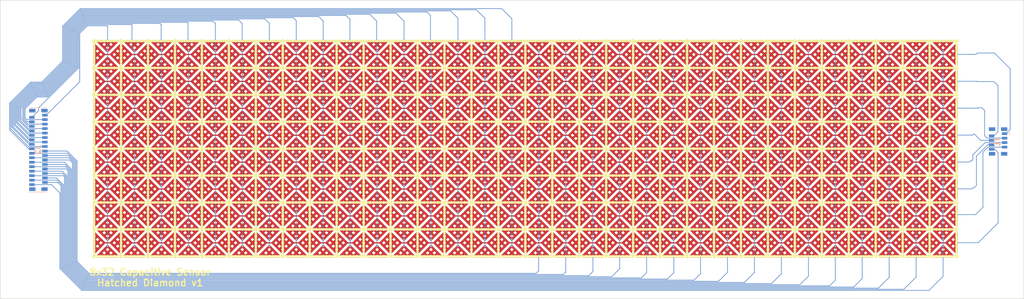
<source format=kicad_pcb>
(kicad_pcb (version 20211014) (generator pcbnew)
  (layers (0 "F.Cu" signal) (31 "B.Cu" signal) (34 "B.Paste" user) (35 "F.Paste" user) (36 "B.SilkS" user "B.Silkscreen") (37 "F.SilkS" user "F.Silkscreen") (38 "B.Mask" user) (39 "F.Mask" user) (44 "Edge.Cuts" user))
  (net 0 "")
  (net 1 "Net-(J1-Pad1)")
  (net 2 "Net-(J1-Pad2)")
  (net 3 "Net-(J1-Pad3)")
  (net 4 "Net-(J1-Pad4)")
  (net 5 "Net-(J1-Pad5)")
  (net 6 "Net-(J1-Pad6)")
  (net 7 "Net-(J1-Pad7)")
  (net 8 "Net-(J1-Pad8)")
  (net 9 "Net-(J2-Pad1)")
  (net 10 "Net-(J2-Pad2)")
  (net 11 "Net-(J2-Pad3)")
  (net 12 "Net-(J2-Pad4)")
  (net 13 "Net-(J2-Pad5)")
  (net 14 "Net-(J2-Pad6)")
  (net 15 "Net-(J2-Pad7)")
  (net 16 "Net-(J2-Pad8)")
  (net 17 "Net-(J2-Pad9)")
  (net 18 "Net-(J2-Pad10)")
  (net 19 "Net-(J2-Pad11)")
  (net 20 "Net-(J2-Pad12)")
  (net 21 "Net-(J2-Pad13)")
  (net 22 "Net-(J2-Pad14)")
  (net 23 "Net-(J2-Pad15)")
  (net 24 "Net-(J2-Pad16)")
  (net 25 "Net-(J2-Pad17)")
  (net 26 "Net-(J2-Pad18)")
  (net 27 "Net-(J2-Pad19)")
  (net 28 "Net-(J2-Pad20)")
  (net 29 "Net-(J2-Pad21)")
  (net 30 "Net-(J2-Pad22)")
  (net 31 "Net-(J2-Pad23)")
  (net 32 "Net-(J2-Pad24)")
  (net 33 "Net-(J2-Pad25)")
  (net 34 "Net-(J2-Pad26)")
  (net 35 "Net-(J2-Pad27)")
  (net 36 "Net-(J2-Pad28)")
  (net 37 "Net-(J2-Pad29)")
  (net 38 "Net-(J2-Pad30)")
  (net 39 "Net-(J2-Pad31)")
  (net 40 "Net-(J2-Pad32)")
  (footprint "ASMR_footprints:captouch_8x32_diamond_hatched" (layer "F.Cu") (at 62.825 55.85)
    (fp_text reference "U1" hide)
    (fp_text value "captouch_8x32_grid" hide)
  )
  (footprint "ASMR_footprints:Conn_FFC_1x32_0.5mm_Molex_5019513210" (layer "B.Cu") (at 50.675 80.375 -90)
    (fp_text reference "J2")
    (fp_text value "Conn_01x32_Male" hide)
  )
  (footprint "ASMR_footprints:Conn_FFC_1x8_0.5mm_Molex_5019510830" (layer "B.Cu") (at 264.325 78.5 -90)
    (fp_text reference "J1")
    (fp_text value "Conn_01x08_Male" hide)
  )
  (gr_rect (start 42.175 47) (end 270.05 113.55) (layer "Edge.Cuts") (width 0.1) (fill none))
  (gr_text "8x32 Capacitive Sensor\nHatched Diamond v1" (at 75.55 108.825) (layer "F.SilkS") (effects (font (size 1.5 1.5) (thickness 0.3))))
  (via (at 255.075 59.075) (size 0.4) (drill 0.2) (layers "F.Cu" "B.Cu") (net 1))
  (segment (start 263.5 58.775) (end 259.675 58.775) (width 0.127) (layer "B.Cu") (net 1))
  (segment (start 259.375 59.075) (end 259.675 58.775) (width 0.127) (layer "B.Cu") (net 1))
  (segment (start 255.075 59.075) (end 259.375 59.075) (width 0.127) (layer "B.Cu") (net 1))
  (segment (start 266.075 76.75) (end 267.025 75.8) (width 0.127) (layer "B.Cu") (net 1))
  (segment (start 267.025 62.3) (end 263.5 58.775) (width 0.127) (layer "B.Cu") (net 1))
  (segment (start 265.775 76.75) (end 266.075 76.75) (width 0.127) (layer "B.Cu") (net 1))
  (segment (start 267.025 75.8) (end 267.025 62.3) (width 0.127) (layer "B.Cu") (net 1))
  (via (at 255.075 65.075) (size 0.4) (drill 0.2) (layers "F.Cu" "B.Cu") (net 2))
  (segment (start 262.875 77.25) (end 263.375 77.25) (width 0.127) (layer "B.Cu") (net 2))
  (segment (start 264.3 76.325) (end 264.3 66.05) (width 0.127) (layer "B.Cu") (net 2))
  (segment (start 259.575 65.075) (end 259.65 65.15) (width 0.127) (layer "B.Cu") (net 2))
  (segment (start 259.65 65.15) (end 263.4 65.15) (width 0.127) (layer "B.Cu") (net 2))
  (segment (start 263.375 77.25) (end 264.3 76.325) (width 0.127) (layer "B.Cu") (net 2))
  (segment (start 255.075 65.075) (end 259.575 65.075) (width 0.127) (layer "B.Cu") (net 2))
  (segment (start 264.3 66.05) (end 263.4 65.15) (width 0.127) (layer "B.Cu") (net 2))
  (via (at 255.075 71.075) (size 0.4) (drill 0.2) (layers "F.Cu" "B.Cu") (net 3))
  (segment (start 265.775 77.75) (end 261.85 77.75) (width 0.127) (layer "B.Cu") (net 3))
  (segment (start 261.325 71.6) (end 260.7 70.975) (width 0.127) (layer "B.Cu") (net 3))
  (segment (start 261.85 77.75) (end 261.325 77.225) (width 0.127) (layer "B.Cu") (net 3))
  (segment (start 259.85 71.075) (end 259.95 70.975) (width 0.127) (layer "B.Cu") (net 3))
  (segment (start 261.325 77.225) (end 261.325 71.6) (width 0.127) (layer "B.Cu") (net 3))
  (segment (start 255.075 71.075) (end 259.85 71.075) (width 0.127) (layer "B.Cu") (net 3))
  (segment (start 260.7 70.975) (end 259.95 70.975) (width 0.127) (layer "B.Cu") (net 3))
  (via (at 255.075 77.075) (size 0.4) (drill 0.2) (layers "F.Cu" "B.Cu") (net 4))
  (segment (start 255.075 77.075) (end 258.675 77.075) (width 0.127) (layer "B.Cu") (net 4))
  (segment (start 262.875 78.25) (end 260.45 78.25) (width 0.127) (layer "B.Cu") (net 4))
  (segment (start 260.45 78.25) (end 259.05 76.85) (width 0.127) (layer "B.Cu") (net 4))
  (segment (start 258.675 77.075) (end 258.9 76.85) (width 0.127) (layer "B.Cu") (net 4))
  (segment (start 259.05 76.85) (end 258.9 76.85) (width 0.127) (layer "B.Cu") (net 4))
  (via (at 255.075 83.075) (size 0.4) (drill 0.2) (layers "F.Cu" "B.Cu") (net 5))
  (segment (start 261.425 78.75) (end 258.7 81.475) (width 0.127) (layer "B.Cu") (net 5))
  (segment (start 255.075 83.075) (end 257.95 83.075) (width 0.127) (layer "B.Cu") (net 5))
  (segment (start 258.45 82.825) (end 258.2 82.825) (width 0.127) (layer "B.Cu") (net 5))
  (segment (start 258.7 82.575) (end 258.45 82.825) (width 0.127) (layer "B.Cu") (net 5))
  (segment (start 265.775 78.75) (end 261.425 78.75) (width 0.127) (layer "B.Cu") (net 5))
  (segment (start 257.95 83.075) (end 258.2 82.825) (width 0.127) (layer "B.Cu") (net 5))
  (segment (start 258.7 81.475) (end 258.7 82.575) (width 0.127) (layer "B.Cu") (net 5))
  (via (at 255.075 89.075) (size 0.4) (drill 0.2) (layers "F.Cu" "B.Cu") (net 6))
  (segment (start 258.475 89.075) (end 258.725 88.825) (width 0.127) (layer "B.Cu") (net 6))
  (segment (start 262.875 79.25) (end 262.025 79.25) (width 0.127) (layer "B.Cu") (net 6))
  (segment (start 259.5 81.775) (end 259.5 88.3) (width 0.127) (layer "B.Cu") (net 6))
  (segment (start 259.5 88.3) (end 258.975 88.825) (width 0.127) (layer "B.Cu") (net 6))
  (segment (start 255.075 89.075) (end 258.475 89.075) (width 0.127) (layer "B.Cu") (net 6))
  (segment (start 262.025 79.25) (end 259.5 81.775) (width 0.127) (layer "B.Cu") (net 6))
  (segment (start 258.975 88.825) (end 258.725 88.825) (width 0.127) (layer "B.Cu") (net 6))
  (via (at 255.075 95.075) (size 0.4) (drill 0.2) (layers "F.Cu" "B.Cu") (net 7))
  (segment (start 260.95 80.894) (end 260.95 93.15) (width 0.127) (layer "B.Cu") (net 7))
  (segment (start 262.094 79.75) (end 260.95 80.894) (width 0.127) (layer "B.Cu") (net 7))
  (segment (start 260.95 93.15) (end 259.3 94.8) (width 0.127) (layer "B.Cu") (net 7))
  (segment (start 255.35 94.8) (end 255.075 95.075) (width 0.127) (layer "B.Cu") (net 7))
  (segment (start 265.775 79.75) (end 262.094 79.75) (width 0.127) (layer "B.Cu") (net 7))
  (segment (start 259.3 94.8) (end 255.35 94.8) (width 0.127) (layer "B.Cu") (net 7))
  (via (at 255.075 101.075) (size 0.4) (drill 0.2) (layers "F.Cu" "B.Cu") (net 8))
  (segment (start 264.325 80.973) (end 263.602 80.25) (width 0.127) (layer "B.Cu") (net 8))
  (segment (start 263.602 80.25) (end 262.875 80.25) (width 0.127) (layer "B.Cu") (net 8))
  (segment (start 259.9 101.075) (end 264.325 96.65) (width 0.127) (layer "B.Cu") (net 8))
  (segment (start 264.325 96.65) (end 264.325 80.973) (width 0.127) (layer "B.Cu") (net 8))
  (segment (start 255.075 101.075) (end 259.9 101.075) (width 0.127) (layer "B.Cu") (net 8))
  (via (at 66.075 88.275) (size 0.4) (drill 0.2) (layers "F.Cu" "B.Cu") (net 9))
  (via (at 66.075 101.9) (size 0.4) (drill 0.2) (layers "F.Cu" "B.Cu") (net 9))
  (via (at 66.075 76.275) (size 0.4) (drill 0.2) (layers "F.Cu" "B.Cu") (net 9))
  (via (at 66.075 100.275) (size 0.4) (drill 0.2) (layers "F.Cu" "B.Cu") (net 9))
  (via (at 66.075 70.275) (size 0.4) (drill 0.2) (layers "F.Cu" "B.Cu") (net 9))
  (via (at 66.075 82.275) (size 0.4) (drill 0.2) (layers "F.Cu" "B.Cu") (net 9))
  (via (at 66.075 58.275) (size 0.4) (drill 0.2) (layers "F.Cu" "B.Cu") (net 9))
  (via (at 66.075 94.275) (size 0.4) (drill 0.2) (layers "F.Cu" "B.Cu") (net 9))
  (via (at 66.075 64.275) (size 0.4) (drill 0.2) (layers "F.Cu" "B.Cu") (net 9))
  (segment (start 66.075 58.275) (end 66.075 101.9) (width 0.127) (layer "B.Cu") (net 9))
  (segment (start 59.875 65.175) (end 59.875 54.375) (width 0.127) (layer "B.Cu") (net 9))
  (segment (start 66.075 52.8) (end 65.975 52.7) (width 0.127) (layer "B.Cu") (net 9))
  (segment (start 61.55 52.7) (end 65.975 52.7) (width 0.127) (layer "B.Cu") (net 9))
  (segment (start 59.875 54.375) (end 61.55 52.7) (width 0.127) (layer "B.Cu") (net 9))
  (segment (start 66.075 58.275) (end 66.075 52.8) (width 0.127) (layer "B.Cu") (net 9))
  (segment (start 52.425 72.625) (end 59.875 65.175) (width 0.127) (layer "B.Cu") (net 9))
  (segment (start 52.125 72.625) (end 52.425 72.625) (width 0.127) (layer "B.Cu") (net 9))
  (via (at 72.075 58.275) (size 0.4) (drill 0.2) (layers "F.Cu" "B.Cu") (net 10))
  (via (at 72.075 82.275) (size 0.4) (drill 0.2) (layers "F.Cu" "B.Cu") (net 10))
  (via (at 72.075 88.275) (size 0.4) (drill 0.2) (layers "F.Cu" "B.Cu") (net 10))
  (via (at 72.075 94.275) (size 0.4) (drill 0.2) (layers "F.Cu" "B.Cu") (net 10))
  (via (at 72.075 70.275) (size 0.4) (drill 0.2) (layers "F.Cu" "B.Cu") (net 10))
  (via (at 72.075 100.275) (size 0.4) (drill 0.2) (layers "F.Cu" "B.Cu") (net 10))
  (via (at 72.075 64.275) (size 0.4) (drill 0.2) (layers "F.Cu" "B.Cu") (net 10))
  (via (at 72.075 76.275) (size 0.4) (drill 0.2) (layers "F.Cu" "B.Cu") (net 10))
  (via (at 72.075 101.9) (size 0.4) (drill 0.2) (layers "F.Cu" "B.Cu") (net 10))
  (segment (start 72.075 58.275) (end 72.075 101.9) (width 0.127) (layer "B.Cu") (net 10))
  (segment (start 61.46579 52.425) (end 71.5 52.425) (width 0.127) (layer "B.Cu") (net 10))
  (segment (start 71.5 57.7) (end 72.075 58.275) (width 0.127) (layer "B.Cu") (net 10))
  (segment (start 50.725 70.975) (end 59.621 62.079) (width 0.127) (layer "B.Cu") (net 10))
  (segment (start 50.725 71.625) (end 50.725 70.975) (width 0.127) (layer "B.Cu") (net 10))
  (segment (start 59.621 54.26979) (end 61.46579 52.425) (width 0.127) (layer "B.Cu") (net 10))
  (segment (start 49.225 73.125) (end 50.725 71.625) (width 0.127) (layer "B.Cu") (net 10))
  (segment (start 59.621 62.079) (end 59.621 54.26979) (width 0.127) (layer "B.Cu") (net 10))
  (segment (start 71.5 52.425) (end 71.5 57.7) (width 0.127) (layer "B.Cu") (net 10))
  (via (at 78.075 94.275) (size 0.4) (drill 0.2) (layers "F.Cu" "B.Cu") (net 11))
  (via (at 78.075 70.275) (size 0.4) (drill 0.2) (layers "F.Cu" "B.Cu") (net 11))
  (via (at 78.075 88.275) (size 0.4) (drill 0.2) (layers "F.Cu" "B.Cu") (net 11))
  (via (at 78.075 58.275) (size 0.4) (drill 0.2) (layers "F.Cu" "B.Cu") (net 11))
  (via (at 78.075 64.275) (size 0.4) (drill 0.2) (layers "F.Cu" "B.Cu") (net 11))
  (via (at 78.075 100.275) (size 0.4) (drill 0.2) (layers "F.Cu" "B.Cu") (net 11))
  (via (at 78.075 82.275) (size 0.4) (drill 0.2) (layers "F.Cu" "B.Cu") (net 11))
  (via (at 78.075 101.9) (size 0.4) (drill 0.2) (layers "F.Cu" "B.Cu") (net 11))
  (via (at 78.075 76.275) (size 0.4) (drill 0.2) (layers "F.Cu" "B.Cu") (net 11))
  (segment (start 52.76579 68.575) (end 59.367 61.97379) (width 0.127) (layer "B.Cu") (net 11))
  (segment (start 78 58.2) (end 78.075 58.275) (width 0.127) (layer "B.Cu") (net 11))
  (segment (start 59.367 61.97379) (end 59.367 54.16458) (width 0.127) (layer "B.Cu") (net 11))
  (segment (start 48.1 73.625) (end 47.7 73.225) (width 0.127) (layer "B.Cu") (net 11))
  (segment (start 59.367 54.16458) (end 61.36058 52.171) (width 0.127) (layer "B.Cu") (net 11))
  (segment (start 78 52.425) (end 78 58.2) (width 0.127) (layer "B.Cu") (net 11))
  (segment (start 77.746 52.171) (end 78 52.425) (width 0.127) (layer "B.Cu") (net 11))
  (segment (start 52.125 73.625) (end 48.1 73.625) (width 0.127) (layer "B.Cu") (net 11))
  (segment (start 50.325 68.575) (end 52.76579 68.575) (width 0.127) (layer "B.Cu") (net 11))
  (segment (start 47.7 73.225) (end 47.7 71.2) (width 0.127) (layer "B.Cu") (net 11))
  (segment (start 47.7 71.2) (end 50.325 68.575) (width 0.127) (layer "B.Cu") (net 11))
  (segment (start 61.36058 52.171) (end 77.746 52.171) (width 0.127) (layer "B.Cu") (net 11))
  (segment (start 78.075 58.275) (end 78.075 101.9) (width 0.127) (layer "B.Cu") (net 11))
  (via (at 84.075 94.275) (size 0.4) (drill 0.2) (layers "F.Cu" "B.Cu") (net 12))
  (via (at 84.075 76.275) (size 0.4) (drill 0.2) (layers "F.Cu" "B.Cu") (net 12))
  (via (at 84.075 70.275) (size 0.4) (drill 0.2) (layers "F.Cu" "B.Cu") (net 12))
  (via (at 84.075 101.9) (size 0.4) (drill 0.2) (layers "F.Cu" "B.Cu") (net 12))
  (via (at 84.075 64.275) (size 0.4) (drill 0.2) (layers "F.Cu" "B.Cu") (net 12))
  (via (at 84.075 82.275) (size 0.4) (drill 0.2) (layers "F.Cu" "B.Cu") (net 12))
  (via (at 84.075 58.275) (size 0.4) (drill 0.2) (layers "F.Cu" "B.Cu") (net 12))
  (via (at 84.075 100.275) (size 0.4) (drill 0.2) (layers "F.Cu" "B.Cu") (net 12))
  (via (at 84.075 88.275) (size 0.4) (drill 0.2) (layers "F.Cu" "B.Cu") (net 12))
  (segment (start 52.66058 68.321) (end 59.113 61.86858) (width 0.127) (layer "B.Cu") (net 12))
  (segment (start 59.113 54.05937) (end 61.25537 51.917) (width 0.127) (layer "B.Cu") (net 12))
  (segment (start 61.25537 51.917) (end 83.892 51.917) (width 0.127) (layer "B.Cu") (net 12))
  (segment (start 83.975 58.175) (end 84.075 58.275) (width 0.127) (layer "B.Cu") (net 12))
  (segment (start 83.975 52) (end 83.975 58.175) (width 0.127) (layer "B.Cu") (net 12))
  (segment (start 59.113 61.86858) (end 59.113 54.05937) (width 0.127) (layer "B.Cu") (net 12))
  (segment (start 84.075 58.275) (end 84.075 101.9) (width 0.127) (layer "B.Cu") (net 12))
  (segment (start 48.2 74.125) (end 47.446 73.371) (width 0.127) (layer "B.Cu") (net 12))
  (segment (start 83.892 51.917) (end 83.975 52) (width 0.127) (layer "B.Cu") (net 12))
  (segment (start 50.21979 68.321) (end 52.66058 68.321) (width 0.127) (layer "B.Cu") (net 12))
  (segment (start 47.446 73.371) (end 47.446 71.09479) (width 0.127) (layer "B.Cu") (net 12))
  (segment (start 47.446 71.09479) (end 50.21979 68.321) (width 0.127) (layer "B.Cu") (net 12))
  (segment (start 49.225 74.125) (end 48.2 74.125) (width 0.127) (layer "B.Cu") (net 12))
  (via (at 90.075 100.275) (size 0.4) (drill 0.2) (layers "F.Cu" "B.Cu") (net 13))
  (via (at 90.075 76.275) (size 0.4) (drill 0.2) (layers "F.Cu" "B.Cu") (net 13))
  (via (at 90.075 82.275) (size 0.4) (drill 0.2) (layers "F.Cu" "B.Cu") (net 13))
  (via (at 90.075 64.275) (size 0.4) (drill 0.2) (layers "F.Cu" "B.Cu") (net 13))
  (via (at 90.075 88.275) (size 0.4) (drill 0.2) (layers "F.Cu" "B.Cu") (net 13))
  (via (at 90.075 70.275) (size 0.4) (drill 0.2) (layers "F.Cu" "B.Cu") (net 13))
  (via (at 90.075 58.275) (size 0.4) (drill 0.2) (layers "F.Cu" "B.Cu") (net 13))
  (via (at 90.075 101.9) (size 0.4) (drill 0.2) (layers "F.Cu" "B.Cu") (net 13))
  (via (at 90.075 94.275) (size 0.4) (drill 0.2) (layers "F.Cu" "B.Cu") (net 13))
  (segment (start 47.192 70.98958) (end 50.11458 68.067) (width 0.127) (layer "B.Cu") (net 13))
  (segment (start 52.55537 68.067) (end 58.859 61.76337) (width 0.127) (layer "B.Cu") (net 13))
  (segment (start 48.3 74.625) (end 47.192 73.517) (width 0.127) (layer "B.Cu") (net 13))
  (segment (start 90.075 52.175) (end 90.075 58.275) (width 0.127) (layer "B.Cu") (net 13))
  (segment (start 61.15016 51.663) (end 89.563 51.663) (width 0.127) (layer "B.Cu") (net 13))
  (segment (start 58.859 61.76337) (end 58.859 53.95416) (width 0.127) (layer "B.Cu") (net 13))
  (segment (start 90.075 58.275) (end 90.075 101.9) (width 0.127) (layer "B.Cu") (net 13))
  (segment (start 52.125 74.625) (end 48.3 74.625) (width 0.127) (layer "B.Cu") (net 13))
  (segment (start 89.563 51.663) (end 90.075 52.175) (width 0.127) (layer "B.Cu") (net 13))
  (segment (start 58.859 53.95416) (end 61.15016 51.663) (width 0.127) (layer "B.Cu") (net 13))
  (segment (start 47.192 73.517) (end 47.192 70.98958) (width 0.127) (layer "B.Cu") (net 13))
  (segment (start 50.11458 68.067) (end 52.55537 68.067) (width 0.127) (layer "B.Cu") (net 13))
  (via (at 96.075 58.275) (size 0.4) (drill 0.2) (layers "F.Cu" "B.Cu") (net 14))
  (via (at 96.075 88.275) (size 0.4) (drill 0.2) (layers "F.Cu" "B.Cu") (net 14))
  (via (at 96.075 70.275) (size 0.4) (drill 0.2) (layers "F.Cu" "B.Cu") (net 14))
  (via (at 96.075 101.9) (size 0.4) (drill 0.2) (layers "F.Cu" "B.Cu") (net 14))
  (via (at 96.075 100.275) (size 0.4) (drill 0.2) (layers "F.Cu" "B.Cu") (net 14))
  (via (at 96.075 82.275) (size 0.4) (drill 0.2) (layers "F.Cu" "B.Cu") (net 14))
  (via (at 96.075 64.275) (size 0.4) (drill 0.2) (layers "F.Cu" "B.Cu") (net 14))
  (via (at 96.075 76.275) (size 0.4) (drill 0.2) (layers "F.Cu" "B.Cu") (net 14))
  (via (at 96.075 94.275) (size 0.4) (drill 0.2) (layers "F.Cu" "B.Cu") (net 14))
  (segment (start 52.45016 67.813) (end 58.605 61.65816) (width 0.127) (layer "B.Cu") (net 14))
  (segment (start 96.025 52.2) (end 96.025 58.225) (width 0.127) (layer "B.Cu") (net 14))
  (segment (start 58.605 53.84895) (end 61.04495 51.409) (width 0.127) (layer "B.Cu") (net 14))
  (segment (start 46.8 73.48421) (end 46.8 71.02237) (width 0.127) (layer "B.Cu") (net 14))
  (segment (start 49.225 75.125) (end 48.44079 75.125) (width 0.127) (layer "B.Cu") (net 14))
  (segment (start 58.605 61.65816) (end 58.605 53.84895) (width 0.127) (layer "B.Cu") (net 14))
  (segment (start 61.04495 51.409) (end 95.234 51.409) (width 0.127) (layer "B.Cu") (net 14))
  (segment (start 96.025 58.225) (end 96.075 58.275) (width 0.127) (layer "B.Cu") (net 14))
  (segment (start 96.075 58.275) (end 96.075 101.9) (width 0.127) (layer "B.Cu") (net 14))
  (segment (start 46.8 71.02237) (end 50.00937 67.813) (width 0.127) (layer "B.Cu") (net 14))
  (segment (start 50.00937 67.813) (end 52.45016 67.813) (width 0.127) (layer "B.Cu") (net 14))
  (segment (start 95.234 51.409) (end 96.025 52.2) (width 0.127) (layer "B.Cu") (net 14))
  (segment (start 48.44079 75.125) (end 46.8 73.48421) (width 0.127) (layer "B.Cu") (net 14))
  (via (at 102.075 100.275) (size 0.4) (drill 0.2) (layers "F.Cu" "B.Cu") (net 15))
  (via (at 102.075 88.275) (size 0.4) (drill 0.2) (layers "F.Cu" "B.Cu") (net 15))
  (via (at 102.075 101.9) (size 0.4) (drill 0.2) (layers "F.Cu" "B.Cu") (net 15))
  (via (at 102.075 64.275) (size 0.4) (drill 0.2) (layers "F.Cu" "B.Cu") (net 15))
  (via (at 102.075 94.275) (size 0.4) (drill 0.2) (layers "F.Cu" "B.Cu") (net 15))
  (via (at 102.075 76.275) (size 0.4) (drill 0.2) (layers "F.Cu" "B.Cu") (net 15))
  (via (at 102.075 70.275) (size 0.4) (drill 0.2) (layers "F.Cu" "B.Cu") (net 15))
  (via (at 102.075 58.275) (size 0.4) (drill 0.2) (layers "F.Cu" "B.Cu") (net 15))
  (via (at 102.075 82.275) (size 0.4) (drill 0.2) (layers "F.Cu" "B.Cu") (net 15))
  (segment (start 46.546 70.91716) (end 49.90416 67.559) (width 0.127) (layer "B.Cu") (net 15))
  (segment (start 58.351 53.74374) (end 60.93974 51.155) (width 0.127) (layer "B.Cu") (net 15))
  (segment (start 102.075 52.15) (end 102.075 58.275) (width 0.127) (layer "B.Cu") (net 15))
  (segment (start 102.075 58.275) (end 102.075 101.9) (width 0.127) (layer "B.Cu") (net 15))
  (segment (start 101.08 51.155) (end 102.075 52.15) (width 0.127) (layer "B.Cu") (net 15))
  (segment (start 52.125 75.625) (end 48.444 75.625) (width 0.127) (layer "B.Cu") (net 15))
  (segment (start 46.546 73.727) (end 46.546 70.91716) (width 0.127) (layer "B.Cu") (net 15))
  (segment (start 52.34495 67.559) (end 58.351 61.55295) (width 0.127) (layer "B.Cu") (net 15))
  (segment (start 60.93974 51.155) (end 101.08 51.155) (width 0.127) (layer "B.Cu") (net 15))
  (segment (start 48.444 75.625) (end 46.546 73.727) (width 0.127) (layer "B.Cu") (net 15))
  (segment (start 49.90416 67.559) (end 52.34495 67.559) (width 0.127) (layer "B.Cu") (net 15))
  (segment (start 58.351 61.55295) (end 58.351 53.74374) (width 0.127) (layer "B.Cu") (net 15))
  (via (at 108.075 101.9) (size 0.4) (drill 0.2) (layers "F.Cu" "B.Cu") (net 16))
  (via (at 108.075 82.275) (size 0.4) (drill 0.2) (layers "F.Cu" "B.Cu") (net 16))
  (via (at 108.075 64.275) (size 0.4) (drill 0.2) (layers "F.Cu" "B.Cu") (net 16))
  (via (at 108.075 88.275) (size 0.4) (drill 0.2) (layers "F.Cu" "B.Cu") (net 16))
  (via (at 108.075 94.275) (size 0.4) (drill 0.2) (layers "F.Cu" "B.Cu") (net 16))
  (via (at 108.075 70.275) (size 0.4) (drill 0.2) (layers "F.Cu" "B.Cu") (net 16))
  (via (at 108.075 76.275) (size 0.4) (drill 0.2) (layers "F.Cu" "B.Cu") (net 16))
  (via (at 108.075 100.275) (size 0.4) (drill 0.2) (layers "F.Cu" "B.Cu") (net 16))
  (via (at 108.075 58.275) (size 0.4) (drill 0.2) (layers "F.Cu" "B.Cu") (net 16))
  (segment (start 107.401 50.901) (end 108.075 51.575) (width 0.127) (layer "B.Cu") (net 16))
  (segment (start 48.58479 76.125) (end 46.292 73.83221) (width 0.127) (layer "B.Cu") (net 16))
  (segment (start 49.225 76.125) (end 48.58479 76.125) (width 0.127) (layer "B.Cu") (net 16))
  (segment (start 52.23974 67.305) (end 58.097 61.44774) (width 0.127) (layer "B.Cu") (net 16))
  (segment (start 46.292 73.83221) (end 46.292 70.81195) (width 0.127) (layer "B.Cu") (net 16))
  (segment (start 60.83453 50.901) (end 107.401 50.901) (width 0.127) (layer "B.Cu") (net 16))
  (segment (start 108.075 58.275) (end 108.075 101.9) (width 0.127) (layer "B.Cu") (net 16))
  (segment (start 46.292 70.81195) (end 49.79895 67.305) (width 0.127) (layer "B.Cu") (net 16))
  (segment (start 108.075 51.575) (end 108.075 58.275) (width 0.127) (layer "B.Cu") (net 16))
  (segment (start 58.097 61.44774) (end 58.097 53.63853) (width 0.127) (layer "B.Cu") (net 16))
  (segment (start 49.79895 67.305) (end 52.23974 67.305) (width 0.127) (layer "B.Cu") (net 16))
  (segment (start 58.097 53.63853) (end 60.83453 50.901) (width 0.127) (layer "B.Cu") (net 16))
  (via (at 114.075 82.275) (size 0.4) (drill 0.2) (layers "F.Cu" "B.Cu") (net 17))
  (via (at 114.075 88.275) (size 0.4) (drill 0.2) (layers "F.Cu" "B.Cu") (net 17))
  (via (at 114.075 70.275) (size 0.4) (drill 0.2) (layers "F.Cu" "B.Cu") (net 17))
  (via (at 114.075 58.275) (size 0.4) (drill 0.2) (layers "F.Cu" "B.Cu") (net 17))
  (via (at 114.075 64.275) (size 0.4) (drill 0.2) (layers "F.Cu" "B.Cu") (net 17))
  (via (at 114.075 76.275) (size 0.4) (drill 0.2) (layers "F.Cu" "B.Cu") (net 17))
  (via (at 114.075 101.9) (size 0.4) (drill 0.2) (layers "F.Cu" "B.Cu") (net 17))
  (via (at 114.075 100.275) (size 0.4) (drill 0.2) (layers "F.Cu" "B.Cu") (net 17))
  (via (at 114.075 94.275) (size 0.4) (drill 0.2) (layers "F.Cu" "B.Cu") (net 17))
  (segment (start 52.13453 67.051) (end 57.843 61.34253) (width 0.127) (layer "B.Cu") (net 17))
  (segment (start 113.072 50.647) (end 114.075 51.65) (width 0.127) (layer "B.Cu") (net 17))
  (segment (start 48.444 76.625) (end 46.038 74.219) (width 0.127) (layer "B.Cu") (net 17))
  (segment (start 57.843 61.34253) (end 57.843 53.53332) (width 0.127) (layer "B.Cu") (net 17))
  (segment (start 49.69374 67.051) (end 52.13453 67.051) (width 0.127) (layer "B.Cu") (net 17))
  (segment (start 57.843 53.53332) (end 60.72932 50.647) (width 0.127) (layer "B.Cu") (net 17))
  (segment (start 46.038 70.70674) (end 49.69374 67.051) (width 0.127) (layer "B.Cu") (net 17))
  (segment (start 46.038 74.219) (end 46.038 70.70674) (width 0.127) (layer "B.Cu") (net 17))
  (segment (start 114.075 58.275) (end 114.075 101.9) (width 0.127) (layer "B.Cu") (net 17))
  (segment (start 52.125 76.625) (end 48.444 76.625) (width 0.127) (layer "B.Cu") (net 17))
  (segment (start 114.075 51.65) (end 114.075 58.275) (width 0.127) (layer "B.Cu") (net 17))
  (segment (start 60.72932 50.647) (end 113.072 50.647) (width 0.127) (layer "B.Cu") (net 17))
  (via (at 120.075 101.9) (size 0.4) (drill 0.2) (layers "F.Cu" "B.Cu") (net 18))
  (via (at 120.075 94.275) (size 0.4) (drill 0.2) (layers "F.Cu" "B.Cu") (net 18))
  (via (at 120.075 82.275) (size 0.4) (drill 0.2) (layers "F.Cu" "B.Cu") (net 18))
  (via (at 120.075 88.275) (size 0.4) (drill 0.2) (layers "F.Cu" "B.Cu") (net 18))
  (via (at 120.075 64.275) (size 0.4) (drill 0.2) (layers "F.Cu" "B.Cu") (net 18))
  (via (at 120.075 76.275) (size 0.4) (drill 0.2) (layers "F.Cu" "B.Cu") (net 18))
  (via (at 120.075 70.275) (size 0.4) (drill 0.2) (layers "F.Cu" "B.Cu") (net 18))
  (via (at 120.075 100.275) (size 0.4) (drill 0.2) (layers "F.Cu" "B.Cu") (net 18))
  (via (at 120.075 58.275) (size 0.4) (drill 0.2) (layers "F.Cu" "B.Cu") (net 18))
  (segment (start 119.168 50.393) (end 120.025 51.25) (width 0.127) (layer "B.Cu") (net 18))
  (segment (start 48.58479 77.125) (end 45.784 74.32421) (width 0.127) (layer "B.Cu") (net 18))
  (segment (start 120.075 58.275) (end 120.075 101.9) (width 0.127) (layer "B.Cu") (net 18))
  (segment (start 57.589 61.23732) (end 57.589 53.42811) (width 0.127) (layer "B.Cu") (net 18))
  (segment (start 49.58853 66.797) (end 52.02932 66.797) (width 0.127) (layer "B.Cu") (net 18))
  (segment (start 45.784 74.32421) (end 45.784 70.60153) (width 0.127) (layer "B.Cu") (net 18))
  (segment (start 52.02932 66.797) (end 57.589 61.23732) (width 0.127) (layer "B.Cu") (net 18))
  (segment (start 45.784 70.60153) (end 49.58853 66.797) (width 0.127) (layer "B.Cu") (net 18))
  (segment (start 120.025 58.225) (end 120.075 58.275) (width 0.127) (layer "B.Cu") (net 18))
  (segment (start 120.025 51.25) (end 120.025 58.225) (width 0.127) (layer "B.Cu") (net 18))
  (segment (start 49.225 77.125) (end 48.58479 77.125) (width 0.127) (layer "B.Cu") (net 18))
  (segment (start 60.62411 50.393) (end 119.168 50.393) (width 0.127) (layer "B.Cu") (net 18))
  (segment (start 57.589 53.42811) (end 60.62411 50.393) (width 0.127) (layer "B.Cu") (net 18))
  (via (at 126.075 76.275) (size 0.4) (drill 0.2) (layers "F.Cu" "B.Cu") (net 19))
  (via (at 126.075 64.275) (size 0.4) (drill 0.2) (layers "F.Cu" "B.Cu") (net 19))
  (via (at 126.075 94.275) (size 0.4) (drill 0.2) (layers "F.Cu" "B.Cu") (net 19))
  (via (at 126.075 58.275) (size 0.4) (drill 0.2) (layers "F.Cu" "B.Cu") (net 19))
  (via (at 126.075 82.275) (size 0.4) (drill 0.2) (layers "F.Cu" "B.Cu") (net 19))
  (via (at 126.075 88.275) (size 0.4) (drill 0.2) (layers "F.Cu" "B.Cu") (net 19))
  (via (at 126.075 70.275) (size 0.4) (drill 0.2) (layers "F.Cu" "B.Cu") (net 19))
  (via (at 126.075 100.275) (size 0.4) (drill 0.2) (layers "F.Cu" "B.Cu") (net 19))
  (via (at 126.075 101.9) (size 0.4) (drill 0.2) (layers "F.Cu" "B.Cu") (net 19))
  (segment (start 57.335 53.3229) (end 60.5189 50.139) (width 0.127) (layer "B.Cu") (net 19))
  (segment (start 126.075 58.275) (end 126.075 101.9) (width 0.127) (layer "B.Cu") (net 19))
  (segment (start 45.53 70.49632) (end 49.48332 66.543) (width 0.127) (layer "B.Cu") (net 19))
  (segment (start 60.5189 50.139) (end 124.464 50.139) (width 0.127) (layer "B.Cu") (net 19))
  (segment (start 125.975 58.175) (end 126.075 58.275) (width 0.127) (layer "B.Cu") (net 19))
  (segment (start 124.464 50.139) (end 125.975 51.65) (width 0.127) (layer "B.Cu") (net 19))
  (segment (start 51.92411 66.543) (end 57.335 61.13211) (width 0.127) (layer "B.Cu") (net 19))
  (segment (start 49.48332 66.543) (end 51.92411 66.543) (width 0.127) (layer "B.Cu") (net 19))
  (segment (start 48.444 77.625) (end 45.53 74.711) (width 0.127) (layer "B.Cu") (net 19))
  (segment (start 52.125 77.625) (end 48.444 77.625) (width 0.127) (layer "B.Cu") (net 19))
  (segment (start 57.335 61.13211) (end 57.335 53.3229) (width 0.127) (layer "B.Cu") (net 19))
  (segment (start 125.975 51.65) (end 125.975 58.175) (width 0.127) (layer "B.Cu") (net 19))
  (segment (start 45.53 74.711) (end 45.53 70.49632) (width 0.127) (layer "B.Cu") (net 19))
  (via (at 132.075 88.275) (size 0.4) (drill 0.2) (layers "F.Cu" "B.Cu") (net 20))
  (via (at 132.075 76.275) (size 0.4) (drill 0.2) (layers "F.Cu" "B.Cu") (net 20))
  (via (at 132.075 58.275) (size 0.4) (drill 0.2) (layers "F.Cu" "B.Cu") (net 20))
  (via (at 132.075 101.9) (size 0.4) (drill 0.2) (layers "F.Cu" "B.Cu") (net 20))
  (via (at 132.075 64.275) (size 0.4) (drill 0.2) (layers "F.Cu" "B.Cu") (net 20))
  (via (at 132.075 100.275) (size 0.4) (drill 0.2) (layers "F.Cu" "B.Cu") (net 20))
  (via (at 132.075 70.275) (size 0.4) (drill 0.2) (layers "F.Cu" "B.Cu") (net 20))
  (via (at 132.075 94.275) (size 0.4) (drill 0.2) (layers "F.Cu" "B.Cu") (net 20))
  (via (at 132.075 82.275) (size 0.4) (drill 0.2) (layers "F.Cu" "B.Cu") (net 20))
  (segment (start 130.285 49.885) (end 132.075 51.675) (width 0.127) (layer "B.Cu") (net 20))
  (segment (start 51.8189 66.289) (end 57.081 61.0269) (width 0.127) (layer "B.Cu") (net 20))
  (segment (start 57.081 61.0269) (end 57.081 53.21769) (width 0.127) (layer "B.Cu") (net 20))
  (segment (start 45.276 74.81621) (end 45.276 70.39111) (width 0.127) (layer "B.Cu") (net 20))
  (segment (start 48.58479 78.125) (end 45.276 74.81621) (width 0.127) (layer "B.Cu") (net 20))
  (segment (start 132.075 51.675) (end 132.075 58.275) (width 0.127) (layer "B.Cu") (net 20))
  (segment (start 60.41369 49.885) (end 130.285 49.885) (width 0.127) (layer "B.Cu") (net 20))
  (segment (start 49.225 78.125) (end 48.58479 78.125) (width 0.127) (layer "B.Cu") (net 20))
  (segment (start 49.37811 66.289) (end 51.8189 66.289) (width 0.127) (layer "B.Cu") (net 20))
  (segment (start 57.081 53.21769) (end 60.41369 49.885) (width 0.127) (layer "B.Cu") (net 20))
  (segment (start 45.276 70.39111) (end 49.37811 66.289) (width 0.127) (layer "B.Cu") (net 20))
  (segment (start 132.075 58.275) (end 132.075 101.9) (width 0.127) (layer "B.Cu") (net 20))
  (via (at 138.075 100.275) (size 0.4) (drill 0.2) (layers "F.Cu" "B.Cu") (net 21))
  (via (at 138.075 76.275) (size 0.4) (drill 0.2) (layers "F.Cu" "B.Cu") (net 21))
  (via (at 138.075 70.275) (size 0.4) (drill 0.2) (layers "F.Cu" "B.Cu") (net 21))
  (via (at 138.075 82.275) (size 0.4) (drill 0.2) (layers "F.Cu" "B.Cu") (net 21))
  (via (at 138.075 64.275) (size 0.4) (drill 0.2) (layers "F.Cu" "B.Cu") (net 21))
  (via (at 138.075 101.9) (size 0.4) (drill 0.2) (layers "F.Cu" "B.Cu") (net 21))
  (via (at 138.075 94.275) (size 0.4) (drill 0.2) (layers "F.Cu" "B.Cu") (net 21))
  (via (at 138.075 88.275) (size 0.4) (drill 0.2) (layers "F.Cu" "B.Cu") (net 21))
  (via (at 138.075 58.275) (size 0.4) (drill 0.2) (layers "F.Cu" "B.Cu") (net 21))
  (segment (start 137.95 58.15) (end 138.075 58.275) (width 0.127) (layer "B.Cu") (net 21))
  (segment (start 48.444 78.625) (end 45.022 75.203) (width 0.127) (layer "B.Cu") (net 21))
  (segment (start 49.2729 66.035) (end 51.71369 66.035) (width 0.127) (layer "B.Cu") (net 21))
  (segment (start 52.125 78.625) (end 48.444 78.625) (width 0.127) (layer "B.Cu") (net 21))
  (segment (start 137.206 49.631) (end 137.95 50.375) (width 0.127) (layer "B.Cu") (net 21))
  (segment (start 51.71369 66.035) (end 56.827 60.92169) (width 0.127) (layer "B.Cu") (net 21))
  (segment (start 45.022 75.203) (end 45.022 70.2859) (width 0.127) (layer "B.Cu") (net 21))
  (segment (start 60.30848 49.631) (end 137.206 49.631) (width 0.127) (layer "B.Cu") (net 21))
  (segment (start 56.827 60.92169) (end 56.827 53.11248) (width 0.127) (layer "B.Cu") (net 21))
  (segment (start 56.827 53.11248) (end 60.30848 49.631) (width 0.127) (layer "B.Cu") (net 21))
  (segment (start 137.95 50.375) (end 137.95 58.15) (width 0.127) (layer "B.Cu") (net 21))
  (segment (start 45.022 70.2859) (end 49.2729 66.035) (width 0.127) (layer "B.Cu") (net 21))
  (segment (start 138.075 58.275) (end 138.075 101.9) (width 0.127) (layer "B.Cu") (net 21))
  (via (at 144.075 100.275) (size 0.4) (drill 0.2) (layers "F.Cu" "B.Cu") (net 22))
  (via (at 144.075 94.275) (size 0.4) (drill 0.2) (layers "F.Cu" "B.Cu") (net 22))
  (via (at 144.075 82.275) (size 0.4) (drill 0.2) (layers "F.Cu" "B.Cu") (net 22))
  (via (at 144.075 76.275) (size 0.4) (drill 0.2) (layers "F.Cu" "B.Cu") (net 22))
  (via (at 144.075 88.275) (size 0.4) (drill 0.2) (layers "F.Cu" "B.Cu") (net 22))
  (via (at 144.075 70.275) (size 0.4) (drill 0.2) (layers "F.Cu" "B.Cu") (net 22))
  (via (at 144.075 58.275) (size 0.4) (drill 0.2) (layers "F.Cu" "B.Cu") (net 22))
  (via (at 144.075 101.9) (size 0.4) (drill 0.2) (layers "F.Cu" "B.Cu") (net 22))
  (via (at 144.075 64.275) (size 0.4) (drill 0.2) (layers "F.Cu" "B.Cu") (net 22))
  (segment (start 48.58479 79.125) (end 49.225 79.125) (width 0.127) (layer "B.Cu") (net 22))
  (segment (start 51.60848 65.781) (end 49.16769 65.781) (width 0.127) (layer "B.Cu") (net 22))
  (segment (start 144.075 58.275) (end 144.075 101.9) (width 0.127) (layer "B.Cu") (net 22))
  (segment (start 44.768 75.30821) (end 48.58479 79.125) (width 0.127) (layer "B.Cu") (net 22))
  (segment (start 142.452 49.377) (end 60.20327 49.377) (width 0.127) (layer "B.Cu") (net 22))
  (segment (start 144.075 51) (end 142.452 49.377) (width 0.127) (layer "B.Cu") (net 22))
  (segment (start 144.075 58.275) (end 144.075 51) (width 0.127) (layer "B.Cu") (net 22))
  (segment (start 56.573 53.00727) (end 56.573 60.81648) (width 0.127) (layer "B.Cu") (net 22))
  (segment (start 44.768 70.18069) (end 44.768 75.30821) (width 0.127) (layer "B.Cu") (net 22))
  (segment (start 60.20327 49.377) (end 56.573 53.00727) (width 0.127) (layer "B.Cu") (net 22))
  (segment (start 49.16769 65.781) (end 44.768 70.18069) (width 0.127) (layer "B.Cu") (net 22))
  (segment (start 56.573 60.81648) (end 51.60848 65.781) (width 0.127) (layer "B.Cu") (net 22))
  (via (at 150.075 101.9) (size 0.4) (drill 0.2) (layers "F.Cu" "B.Cu") (net 23))
  (via (at 150.075 82.275) (size 0.4) (drill 0.2) (layers "F.Cu" "B.Cu") (net 23))
  (via (at 150.075 100.275) (size 0.4) (drill 0.2) (layers "F.Cu" "B.Cu") (net 23))
  (via (at 150.075 94.275) (size 0.4) (drill 0.2) (layers "F.Cu" "B.Cu") (net 23))
  (via (at 150.075 70.275) (size 0.4) (drill 0.2) (layers "F.Cu" "B.Cu") (net 23))
  (via (at 150.075 58.275) (size 0.4) (drill 0.2) (layers "F.Cu" "B.Cu") (net 23))
  (via (at 150.075 88.275) (size 0.4) (drill 0.2) (layers "F.Cu" "B.Cu") (net 23))
  (via (at 150.075 64.275) (size 0.4) (drill 0.2) (layers "F.Cu" "B.Cu") (net 23))
  (via (at 150.075 76.275) (size 0.4) (drill 0.2) (layers "F.Cu" "B.Cu") (net 23))
  (segment (start 150.075 51.025) (end 150.075 58.275) (width 0.127) (layer "B.Cu") (net 23))
  (segment (start 49.06248 65.527) (end 51.50327 65.527) (width 0.127) (layer "B.Cu") (net 23))
  (segment (start 52.125 79.625) (end 48.444 79.625) (width 0.127) (layer "B.Cu") (net 23))
  (segment (start 56.319 52.90206) (end 60.09806 49.123) (width 0.127) (layer "B.Cu") (net 23))
  (segment (start 148.173 49.123) (end 150.075 51.025) (width 0.127) (layer "B.Cu") (net 23))
  (segment (start 51.50327 65.527) (end 56.319 60.71127) (width 0.127) (layer "B.Cu") (net 23))
  (segment (start 150.075 58.275) (end 150.075 101.9) (width 0.127) (layer "B.Cu") (net 23))
  (segment (start 44.514 70.07548) (end 49.06248 65.527) (width 0.127) (layer "B.Cu") (net 23))
  (segment (start 44.514 75.695) (end 44.514 70.07548) (width 0.127) (layer "B.Cu") (net 23))
  (segment (start 48.444 79.625) (end 44.514 75.695) (width 0.127) (layer "B.Cu") (net 23))
  (segment (start 60.09806 49.123) (end 148.173 49.123) (width 0.127) (layer "B.Cu") (net 23))
  (segment (start 56.319 60.71127) (end 56.319 52.90206) (width 0.127) (layer "B.Cu") (net 23))
  (via (at 156.075 88.275) (size 0.4) (drill 0.2) (layers "F.Cu" "B.Cu") (net 24))
  (via (at 156.075 70.275) (size 0.4) (drill 0.2) (layers "F.Cu" "B.Cu") (net 24))
  (via (at 156.075 58.275) (size 0.4) (drill 0.2) (layers "F.Cu" "B.Cu") (net 24))
  (via (at 156.075 100.275) (size 0.4) (drill 0.2) (layers "F.Cu" "B.Cu") (net 24))
  (via (at 156.075 101.9) (size 0.4) (drill 0.2) (layers "F.Cu" "B.Cu") (net 24))
  (via (at 156.075 76.275) (size 0.4) (drill 0.2) (layers "F.Cu" "B.Cu") (net 24))
  (via (at 156.075 82.275) (size 0.4) (drill 0.2) (layers "F.Cu" "B.Cu") (net 24))
  (via (at 156.075 64.275) (size 0.4) (drill 0.2) (layers "F.Cu" "B.Cu") (net 24))
  (via (at 156.075 94.275) (size 0.4) (drill 0.2) (layers "F.Cu" "B.Cu") (net 24))
  (segment (start 153.819 48.869) (end 156.075 51.125) (width 0.127) (layer "B.Cu") (net 24))
  (segment (start 44.26 75.887) (end 44.26 69.97027) (width 0.127) (layer "B.Cu") (net 24))
  (segment (start 49.225 80.125) (end 48.498 80.125) (width 0.127) (layer "B.Cu") (net 24))
  (segment (start 156.075 51.125) (end 156.075 58.275) (width 0.127) (layer "B.Cu") (net 24))
  (segment (start 156.075 58.275) (end 156.075 101.9) (width 0.127) (layer "B.Cu") (net 24))
  (segment (start 48.95727 65.273) (end 51.39806 65.273) (width 0.127) (layer "B.Cu") (net 24))
  (segment (start 48.498 80.125) (end 44.26 75.887) (width 0.127) (layer "B.Cu") (net 24))
  (segment (start 56.065 60.60606) (end 56.065 52.79685) (width 0.127) (layer "B.Cu") (net 24))
  (segment (start 44.26 69.97027) (end 48.95727 65.273) (width 0.127) (layer "B.Cu") (net 24))
  (segment (start 59.99285 48.869) (end 153.819 48.869) (width 0.127) (layer "B.Cu") (net 24))
  (segment (start 56.065 52.79685) (end 59.99285 48.869) (width 0.127) (layer "B.Cu") (net 24))
  (segment (start 51.39806 65.273) (end 56.065 60.60606) (width 0.127) (layer "B.Cu") (net 24))
  (via (at 162.075 58.275) (size 0.4) (drill 0.2) (layers "F.Cu" "B.Cu") (net 25))
  (via (at 162.075 70.275) (size 0.4) (drill 0.2) (layers "F.Cu" "B.Cu") (net 25))
  (via (at 162.075 101.9) (size 0.4) (drill 0.2) (layers "F.Cu" "B.Cu") (net 25))
  (via (at 162.075 100.275) (size 0.4) (drill 0.2) (layers "F.Cu" "B.Cu") (net 25))
  (via (at 162.075 76.275) (size 0.4) (drill 0.2) (layers "F.Cu" "B.Cu") (net 25))
  (via (at 162.075 88.275) (size 0.4) (drill 0.2) (layers "F.Cu" "B.Cu") (net 25))
  (via (at 162.075 64.275) (size 0.4) (drill 0.2) (layers "F.Cu" "B.Cu") (net 25))
  (via (at 162.075 82.275) (size 0.4) (drill 0.2) (layers "F.Cu" "B.Cu") (net 25))
  (via (at 162.075 94.275) (size 0.4) (drill 0.2) (layers "F.Cu" "B.Cu") (net 25))
  (segment (start 59.275 105.25) (end 61.925 107.9) (width 0.127) (layer "B.Cu") (net 25))
  (segment (start 61.925 107.9) (end 161.475 107.9) (width 0.127) (layer "B.Cu") (net 25))
  (segment (start 59.275 82.85) (end 59.275 105.25) (width 0.127) (layer "B.Cu") (net 25))
  (segment (start 57.05 80.625) (end 59.275 82.85) (width 0.127) (layer "B.Cu") (net 25))
  (segment (start 162.075 58.275) (end 162.075 101.9) (width 0.127) (layer "B.Cu") (net 25))
  (segment (start 162.05 101.925) (end 162.075 101.9) (width 0.127) (layer "B.Cu") (net 25))
  (segment (start 162.05 107.325) (end 162.05 101.925) (width 0.127) (layer "B.Cu") (net 25))
  (segment (start 52.125 80.625) (end 57.05 80.625) (width 0.127) (layer "B.Cu") (net 25))
  (segment (start 161.475 107.9) (end 162.05 107.325) (width 0.127) (layer "B.Cu") (net 25))
  (via (at 168.075 64.275) (size 0.4) (drill 0.2) (layers "F.Cu" "B.Cu") (net 26))
  (via (at 168.075 58.275) (size 0.4) (drill 0.2) (layers "F.Cu" "B.Cu") (net 26))
  (via (at 168.075 82.275) (size 0.4) (drill 0.2) (layers "F.Cu" "B.Cu") (net 26))
  (via (at 168.075 76.275) (size 0.4) (drill 0.2) (layers "F.Cu" "B.Cu") (net 26))
  (via (at 168.075 100.275) (size 0.4) (drill 0.2) (layers "F.Cu" "B.Cu") (net 26))
  (via (at 168.075 70.275) (size 0.4) (drill 0.2) (layers "F.Cu" "B.Cu") (net 26))
  (via (at 168.075 88.275) (size 0.4) (drill 0.2) (layers "F.Cu" "B.Cu") (net 26))
  (via (at 168.075 101.9) (size 0.4) (drill 0.2) (layers "F.Cu" "B.Cu") (net 26))
  (via (at 168.075 94.275) (size 0.4) (drill 0.2) (layers "F.Cu" "B.Cu") (net 26))
  (segment (start 167.546 108.154) (end 61.81979 108.154) (width 0.127) (layer "B.Cu") (net 26))
  (segment (start 168.075 58.275) (end 168.075 101.9) (width 0.127) (layer "B.Cu") (net 26))
  (segment (start 57.19079 81.125) (end 49.225 81.125) (width 0.127) (layer "B.Cu") (net 26))
  (segment (start 168.075 107.625) (end 167.546 108.154) (width 0.127) (layer "B.Cu") (net 26))
  (segment (start 168.075 101.9) (end 168.075 107.625) (width 0.127) (layer "B.Cu") (net 26))
  (segment (start 61.81979 108.154) (end 59.021 105.35521) (width 0.127) (layer "B.Cu") (net 26))
  (segment (start 59.021 82.95521) (end 57.19079 81.125) (width 0.127) (layer "B.Cu") (net 26))
  (segment (start 59.021 105.35521) (end 59.021 82.95521) (width 0.127) (layer "B.Cu") (net 26))
  (via (at 174.075 82.275) (size 0.4) (drill 0.2) (layers "F.Cu" "B.Cu") (net 27))
  (via (at 174.075 64.275) (size 0.4) (drill 0.2) (layers "F.Cu" "B.Cu") (net 27))
  (via (at 174.075 58.275) (size 0.4) (drill 0.2) (layers "F.Cu" "B.Cu") (net 27))
  (via (at 174.075 100.275) (size 0.4) (drill 0.2) (layers "F.Cu" "B.Cu") (net 27))
  (via (at 174.075 76.275) (size 0.4) (drill 0.2) (layers "F.Cu" "B.Cu") (net 27))
  (via (at 174.075 94.275) (size 0.4) (drill 0.2) (layers "F.Cu" "B.Cu") (net 27))
  (via (at 174.075 70.275) (size 0.4) (drill 0.2) (layers "F.Cu" "B.Cu") (net 27))
  (via (at 174.075 88.275) (size 0.4) (drill 0.2) (layers "F.Cu" "B.Cu") (net 27))
  (via (at 174.075 101.9) (size 0.4) (drill 0.2) (layers "F.Cu" "B.Cu") (net 27))
  (segment (start 174.125 101.95) (end 174.075 101.9) (width 0.127) (layer "B.Cu") (net 27))
  (segment (start 52.125 81.625) (end 57.33158 81.625) (width 0.127) (layer "B.Cu") (net 27))
  (segment (start 58.767 83.06042) (end 58.767 105.46042) (width 0.127) (layer "B.Cu") (net 27))
  (segment (start 173.217 108.408) (end 174.125 107.5) (width 0.127) (layer "B.Cu") (net 27))
  (segment (start 58.767 105.46042) (end 61.71458 108.408) (width 0.127) (layer "B.Cu") (net 27))
  (segment (start 174.125 107.5) (end 174.125 101.95) (width 0.127) (layer "B.Cu") (net 27))
  (segment (start 174.075 58.275) (end 174.075 101.9) (width 0.127) (layer "B.Cu") (net 27))
  (segment (start 57.33158 81.625) (end 58.767 83.06042) (width 0.127) (layer "B.Cu") (net 27))
  (segment (start 61.71458 108.408) (end 173.217 108.408) (width 0.127) (layer "B.Cu") (net 27))
  (via (at 180.075 88.275) (size 0.4) (drill 0.2) (layers "F.Cu" "B.Cu") (net 28))
  (via (at 180.075 82.275) (size 0.4) (drill 0.2) (layers "F.Cu" "B.Cu") (net 28))
  (via (at 180.075 100.275) (size 0.4) (drill 0.2) (layers "F.Cu" "B.Cu") (net 28))
  (via (at 180.075 58.275) (size 0.4) (drill 0.2) (layers "F.Cu" "B.Cu") (net 28))
  (via (at 180.075 70.275) (size 0.4) (drill 0.2) (layers "F.Cu" "B.Cu") (net 28))
  (via (at 180.075 64.275) (size 0.4) (drill 0.2) (layers "F.Cu" "B.Cu") (net 28))
  (via (at 180.075 76.275) (size 0.4) (drill 0.2) (layers "F.Cu" "B.Cu") (net 28))
  (via (at 180.075 101.9) (size 0.4) (drill 0.2) (layers "F.Cu" "B.Cu") (net 28))
  (via (at 180.075 94.275) (size 0.4) (drill 0.2) (layers "F.Cu" "B.Cu") (net 28))
  (segment (start 178.288 108.662) (end 61.60937 108.662) (width 0.127) (layer "B.Cu") (net 28))
  (segment (start 58.513 105.56563) (end 58.513 83.16563) (width 0.127) (layer "B.Cu") (net 28))
  (segment (start 180.075 106.875) (end 178.288 108.662) (width 0.127) (layer "B.Cu") (net 28))
  (segment (start 180.075 58.275) (end 180.075 101.9) (width 0.127) (layer "B.Cu") (net 28))
  (segment (start 180.075 101.9) (end 180.075 106.875) (width 0.127) (layer "B.Cu") (net 28))
  (segment (start 61.60937 108.662) (end 58.513 105.56563) (width 0.127) (layer "B.Cu") (net 28))
  (segment (start 57.47237 82.125) (end 49.225 82.125) (width 0.127) (layer "B.Cu") (net 28))
  (segment (start 58.513 83.16563) (end 57.47237 82.125) (width 0.127) (layer "B.Cu") (net 28))
  (via (at 186.075 100.275) (size 0.4) (drill 0.2) (layers "F.Cu" "B.Cu") (net 29))
  (via (at 186.075 64.275) (size 0.4) (drill 0.2) (layers "F.Cu" "B.Cu") (net 29))
  (via (at 186.075 70.275) (size 0.4) (drill 0.2) (layers "F.Cu" "B.Cu") (net 29))
  (via (at 186.075 58.275) (size 0.4) (drill 0.2) (layers "F.Cu" "B.Cu") (net 29))
  (via (at 186.075 94.275) (size 0.4) (drill 0.2) (layers "F.Cu" "B.Cu") (net 29))
  (via (at 186.075 76.275) (size 0.4) (drill 0.2) (layers "F.Cu" "B.Cu") (net 29))
  (via (at 186.075 88.275) (size 0.4) (drill 0.2) (layers "F.Cu" "B.Cu") (net 29))
  (via (at 186.075 101.9) (size 0.4) (drill 0.2) (layers "F.Cu" "B.Cu") (net 29))
  (via (at 186.075 82.275) (size 0.4) (drill 0.2) (layers "F.Cu" "B.Cu") (net 29))
  (segment (start 57.61316 82.625) (end 52.125 82.625) (width 0.127) (layer "B.Cu") (net 29))
  (segment (start 184.934 108.916) (end 61.50416 108.916) (width 0.127) (layer "B.Cu") (net 29))
  (segment (start 58.259 105.67084) (end 58.259 83.27084) (width 0.127) (layer "B.Cu") (net 29))
  (segment (start 186.075 101.9) (end 186.075 107.775) (width 0.127) (layer "B.Cu") (net 29))
  (segment (start 186.075 58.275) (end 186.075 101.9) (width 0.127) (layer "B.Cu") (net 29))
  (segment (start 58.259 83.27084) (end 57.61316 82.625) (width 0.127) (layer "B.Cu") (net 29))
  (segment (start 61.50416 108.916) (end 58.259 105.67084) (width 0.127) (layer "B.Cu") (net 29))
  (segment (start 186.075 107.775) (end 184.934 108.916) (width 0.127) (layer "B.Cu") (net 29))
  (via (at 192.075 58.275) (size 0.4) (drill 0.2) (layers "F.Cu" "B.Cu") (net 30))
  (via (at 192.075 101.9) (size 0.4) (drill 0.2) (layers "F.Cu" "B.Cu") (net 30))
  (via (at 192.075 94.275) (size 0.4) (drill 0.2) (layers "F.Cu" "B.Cu") (net 30))
  (via (at 192.075 100.275) (size 0.4) (drill 0.2) (layers "F.Cu" "B.Cu") (net 30))
  (via (at 192.075 76.275) (size 0.4) (drill 0.2) (layers "F.Cu" "B.Cu") (net 30))
  (via (at 192.075 64.275) (size 0.4) (drill 0.2) (layers "F.Cu" "B.Cu") (net 30))
  (via (at 192.075 88.275) (size 0.4) (drill 0.2) (layers "F.Cu" "B.Cu") (net 30))
  (via (at 192.075 70.275) (size 0.4) (drill 0.2) (layers "F.Cu" "B.Cu") (net 30))
  (via (at 192.075 82.275) (size 0.4) (drill 0.2) (layers "F.Cu" "B.Cu") (net 30))
  (segment (start 192.125 107.75) (end 192.125 101.95) (width 0.127) (layer "B.Cu") (net 30))
  (segment (start 58.005 84.655) (end 58.005 105.77605) (width 0.127) (layer "B.Cu") (net 30))
  (segment (start 190.705 109.17) (end 192.125 107.75) (width 0.127) (layer "B.Cu") (net 30))
  (segment (start 56.475 83.125) (end 58.005 84.655) (width 0.127) (layer "B.Cu") (net 30))
  (segment (start 61.39895 109.17) (end 190.705 109.17) (width 0.127) (layer "B.Cu") (net 30))
  (segment (start 58.005 105.77605) (end 61.39895 109.17) (width 0.127) (layer "B.Cu") (net 30))
  (segment (start 49.225 83.125) (end 56.475 83.125) (width 0.127) (layer "B.Cu") (net 30))
  (segment (start 192.075 58.275) (end 192.075 101.9) (width 0.127) (layer "B.Cu") (net 30))
  (segment (start 192.125 101.95) (end 192.075 101.9) (width 0.127) (layer "B.Cu") (net 30))
  (via (at 198.075 58.275) (size 0.4) (drill 0.2) (layers "F.Cu" "B.Cu") (net 31))
  (via (at 198.075 82.275) (size 0.4) (drill 0.2) (layers "F.Cu" "B.Cu") (net 31))
  (via (at 198.075 88.275) (size 0.4) (drill 0.2) (layers "F.Cu" "B.Cu") (net 31))
  (via (at 198.075 76.275) (size 0.4) (drill 0.2) (layers "F.Cu" "B.Cu") (net 31))
  (via (at 198.075 101.9) (size 0.4) (drill 0.2) (layers "F.Cu" "B.Cu") (net 31))
  (via (at 198.075 100.275) (size 0.4) (drill 0.2) (layers "F.Cu" "B.Cu") (net 31))
  (via (at 198.075 70.275) (size 0.4) (drill 0.2) (layers "F.Cu" "B.Cu") (net 31))
  (via (at 198.075 94.275) (size 0.4) (drill 0.2) (layers "F.Cu" "B.Cu") (net 31))
  (via (at 198.075 64.275) (size 0.4) (drill 0.2) (layers "F.Cu" "B.Cu") (net 31))
  (segment (start 61.29374 109.424) (end 57.751 105.88126) (width 0.127) (layer "B.Cu") (net 31))
  (segment (start 198.075 107.975) (end 196.626 109.424) (width 0.127) (layer "B.Cu") (net 31))
  (segment (start 196.626 109.424) (end 61.29374 109.424) (width 0.127) (layer "B.Cu") (net 31))
  (segment (start 57.751 84.76021) (end 56.61579 83.625) (width 0.127) (layer "B.Cu") (net 31))
  (segment (start 56.61579 83.625) (end 52.125 83.625) (width 0.127) (layer "B.Cu") (net 31))
  (segment (start 198.075 58.275) (end 198.075 101.9) (width 0.127) (layer "B.Cu") (net 31))
  (segment (start 57.751 105.88126) (end 57.751 84.76021) (width 0.127) (layer "B.Cu") (net 31))
  (segment (start 198.075 101.9) (end 198.075 107.975) (width 0.127) (layer "B.Cu") (net 31))
  (via (at 204.075 70.275) (size 0.4) (drill 0.2) (layers "F.Cu" "B.Cu") (net 32))
  (via (at 204.075 94.275) (size 0.4) (drill 0.2) (layers "F.Cu" "B.Cu") (net 32))
  (via (at 204.075 88.275) (size 0.4) (drill 0.2) (layers "F.Cu" "B.Cu") (net 32))
  (via (at 204.075 76.275) (size 0.4) (drill 0.2) (layers "F.Cu" "B.Cu") (net 32))
  (via (at 204.075 58.275) (size 0.4) (drill 0.2) (layers "F.Cu" "B.Cu") (net 32))
  (via (at 204.075 100.275) (size 0.4) (drill 0.2) (layers "F.Cu" "B.Cu") (net 32))
  (via (at 204.075 101.9) (size 0.4) (drill 0.2) (layers "F.Cu" "B.Cu") (net 32))
  (via (at 204.075 64.275) (size 0.4) (drill 0.2) (layers "F.Cu" "B.Cu") (net 32))
  (via (at 204.075 82.275) (size 0.4) (drill 0.2) (layers "F.Cu" "B.Cu") (net 32))
  (segment (start 56.75658 84.125) (end 57.497 84.86542) (width 0.127) (layer "B.Cu") (net 32))
  (segment (start 49.225 84.125) (end 56.75658 84.125) (width 0.127) (layer "B.Cu") (net 32))
  (segment (start 57.497 84.86542) (end 57.497 105.98647) (width 0.127) (layer "B.Cu") (net 32))
  (segment (start 57.497 105.98647) (end 61.18853 109.678) (width 0.127) (layer "B.Cu") (net 32))
  (segment (start 204.075 101.9) (end 204.075 107.675) (width 0.127) (layer "B.Cu") (net 32))
  (segment (start 204.075 58.275) (end 204.075 101.9) (width 0.127) (layer "B.Cu") (net 32))
  (segment (start 202.072 109.678) (end 204.075 107.675) (width 0.127) (layer "B.Cu") (net 32))
  (segment (start 61.18853 109.678) (end 202.072 109.678) (width 0.127) (layer "B.Cu") (net 32))
  (via (at 210.075 88.275) (size 0.4) (drill 0.2) (layers "F.Cu" "B.Cu") (net 33))
  (via (at 210.075 94.275) (size 0.4) (drill 0.2) (layers "F.Cu" "B.Cu") (net 33))
  (via (at 210.075 82.275) (size 0.4) (drill 0.2) (layers "F.Cu" "B.Cu") (net 33))
  (via (at 210.075 58.275) (size 0.4) (drill 0.2) (layers "F.Cu" "B.Cu") (net 33))
  (via (at 210.075 70.275) (size 0.4) (drill 0.2) (layers "F.Cu" "B.Cu") (net 33))
  (via (at 210.075 76.275) (size 0.4) (drill 0.2) (layers "F.Cu" "B.Cu") (net 33))
  (via (at 210.075 64.275) (size 0.4) (drill 0.2) (layers "F.Cu" "B.Cu") (net 33))
  (via (at 210.075 101.9) (size 0.4) (drill 0.2) (layers "F.Cu" "B.Cu") (net 33))
  (via (at 210.075 100.275) (size 0.4) (drill 0.2) (layers "F.Cu" "B.Cu") (net 33))
  (segment (start 207.843 109.932) (end 210.075 107.7) (width 0.127) (layer "B.Cu") (net 33))
  (segment (start 57.243 84.97063) (end 57.243 106.09168) (width 0.127) (layer "B.Cu") (net 33))
  (segment (start 61.08332 109.932) (end 207.843 109.932) (width 0.127) (layer "B.Cu") (net 33))
  (segment (start 52.125 84.625) (end 56.89737 84.625) (width 0.127) (layer "B.Cu") (net 33))
  (segment (start 210.075 101.9) (end 210.075 107.7) (width 0.127) (layer "B.Cu") (net 33))
  (segment (start 210.075 58.275) (end 210.075 101.9) (width 0.127) (layer "B.Cu") (net 33))
  (segment (start 57.243 106.09168) (end 61.08332 109.932) (width 0.127) (layer "B.Cu") (net 33))
  (segment (start 56.89737 84.625) (end 57.243 84.97063) (width 0.127) (layer "B.Cu") (net 33))
  (via (at 216.075 64.275) (size 0.4) (drill 0.2) (layers "F.Cu" "B.Cu") (net 34))
  (via (at 216.075 70.275) (size 0.4) (drill 0.2) (layers "F.Cu" "B.Cu") (net 34))
  (via (at 216.075 76.275) (size 0.4) (drill 0.2) (layers "F.Cu" "B.Cu") (net 34))
  (via (at 216.075 82.275) (size 0.4) (drill 0.2) (layers "F.Cu" "B.Cu") (net 34))
  (via (at 216.075 100.275) (size 0.4) (drill 0.2) (layers "F.Cu" "B.Cu") (net 34))
  (via (at 216.075 58.275) (size 0.4) (drill 0.2) (layers "F.Cu" "B.Cu") (net 34))
  (via (at 216.075 94.275) (size 0.4) (drill 0.2) (layers "F.Cu" "B.Cu") (net 34))
  (via (at 216.075 101.9) (size 0.4) (drill 0.2) (layers "F.Cu" "B.Cu") (net 34))
  (via (at 216.075 88.275) (size 0.4) (drill 0.2) (layers "F.Cu" "B.Cu") (net 34))
  (segment (start 216.075 58.275) (end 216.075 101.9) (width 0.127) (layer "B.Cu") (net 34))
  (segment (start 49.225 85.125) (end 55.975 85.125) (width 0.127) (layer "B.Cu") (net 34))
  (segment (start 216.075 101.9) (end 216.075 108) (width 0.127) (layer "B.Cu") (net 34))
  (segment (start 56.989 86.139) (end 56.989 106.19689) (width 0.127) (layer "B.Cu") (net 34))
  (segment (start 213.889 110.186) (end 216.075 108) (width 0.127) (layer "B.Cu") (net 34))
  (segment (start 56.989 106.19689) (end 60.97811 110.186) (width 0.127) (layer "B.Cu") (net 34))
  (segment (start 55.975 85.125) (end 56.989 86.139) (width 0.127) (layer "B.Cu") (net 34))
  (segment (start 60.97811 110.186) (end 213.889 110.186) (width 0.127) (layer "B.Cu") (net 34))
  (via (at 222.075 88.275) (size 0.4) (drill 0.2) (layers "F.Cu" "B.Cu") (net 35))
  (via (at 222.075 94.275) (size 0.4) (drill 0.2) (layers "F.Cu" "B.Cu") (net 35))
  (via (at 222.075 70.275) (size 0.4) (drill 0.2) (layers "F.Cu" "B.Cu") (net 35))
  (via (at 222.075 58.275) (size 0.4) (drill 0.2) (layers "F.Cu" "B.Cu") (net 35))
  (via (at 222.075 101.9) (size 0.4) (drill 0.2) (layers "F.Cu" "B.Cu") (net 35))
  (via (at 222.075 76.275) (size 0.4) (drill 0.2) (layers "F.Cu" "B.Cu") (net 35))
  (via (at 222.075 64.275) (size 0.4) (drill 0.2) (layers "F.Cu" "B.Cu") (net 35))
  (via (at 222.075 100.275) (size 0.4) (drill 0.2) (layers "F.Cu" "B.Cu") (net 35))
  (via (at 222.075 82.275) (size 0.4) (drill 0.2) (layers "F.Cu" "B.Cu") (net 35))
  (segment (start 56.735 106.3021) (end 60.8729 110.44) (width 0.127) (layer "B.Cu") (net 35))
  (segment (start 60.8729 110.44) (end 220.185 110.44) (width 0.127) (layer "B.Cu") (net 35))
  (segment (start 56.11579 85.625) (end 56.735 86.24421) (width 0.127) (layer "B.Cu") (net 35))
  (segment (start 52.125 85.625) (end 56.11579 85.625) (width 0.127) (layer "B.Cu") (net 35))
  (segment (start 56.735 86.24421) (end 56.735 106.3021) (width 0.127) (layer "B.Cu") (net 35))
  (segment (start 220.185 110.44) (end 222.1 108.525) (width 0.127) (layer "B.Cu") (net 35))
  (segment (start 222.075 58.275) (end 222.075 101.9) (width 0.127) (layer "B.Cu") (net 35))
  (segment (start 222.1 101.925) (end 222.075 101.9) (width 0.127) (layer "B.Cu") (net 35))
  (segment (start 222.1 108.525) (end 222.1 101.925) (width 0.127) (layer "B.Cu") (net 35))
  (via (at 228.075 58.275) (size 0.4) (drill 0.2) (layers "F.Cu" "B.Cu") (net 36))
  (via (at 228.075 100.275) (size 0.4) (drill 0.2) (layers "F.Cu" "B.Cu") (net 36))
  (via (at 228.075 88.275) (size 0.4) (drill 0.2) (layers "F.Cu" "B.Cu") (net 36))
  (via (at 228.075 82.275) (size 0.4) (drill 0.2) (layers "F.Cu" "B.Cu") (net 36))
  (via (at 228.075 76.275) (size 0.4) (drill 0.2) (layers "F.Cu" "B.Cu") (net 36))
  (via (at 228.075 64.275) (size 0.4) (drill 0.2) (layers "F.Cu" "B.Cu") (net 36))
  (via (at 228.075 70.275) (size 0.4) (drill 0.2) (layers "F.Cu" "B.Cu") (net 36))
  (via (at 228.075 94.275) (size 0.4) (drill 0.2) (layers "F.Cu" "B.Cu") (net 36))
  (via (at 228.075 101.9) (size 0.4) (drill 0.2) (layers "F.Cu" "B.Cu") (net 36))
  (segment (start 56.25658 86.125) (end 49.225 86.125) (width 0.127) (layer "B.Cu") (net 36))
  (segment (start 228.075 58.275) (end 228.075 101.9) (width 0.127) (layer "B.Cu") (net 36))
  (segment (start 228.075 101.9) (end 228.075 109.45) (width 0.127) (layer "B.Cu") (net 36))
  (segment (start 56.481 106.40731) (end 56.481 86.34942) (width 0.127) (layer "B.Cu") (net 36))
  (segment (start 60.76769 110.694) (end 56.481 106.40731) (width 0.127) (layer "B.Cu") (net 36))
  (segment (start 228.075 109.45) (end 226.831 110.694) (width 0.127) (layer "B.Cu") (net 36))
  (segment (start 56.481 86.34942) (end 56.25658 86.125) (width 0.127) (layer "B.Cu") (net 36))
  (segment (start 226.831 110.694) (end 60.76769 110.694) (width 0.127) (layer "B.Cu") (net 36))
  (via (at 234.075 58.275) (size 0.4) (drill 0.2) (layers "F.Cu" "B.Cu") (net 37))
  (via (at 234.075 88.275) (size 0.4) (drill 0.2) (layers "F.Cu" "B.Cu") (net 37))
  (via (at 234.075 94.275) (size 0.4) (drill 0.2) (layers "F.Cu" "B.Cu") (net 37))
  (via (at 234.075 70.275) (size 0.4) (drill 0.2) (layers "F.Cu" "B.Cu") (net 37))
  (via (at 234.075 76.275) (size 0.4) (drill 0.2) (layers "F.Cu" "B.Cu") (net 37))
  (via (at 234.075 101.9) (size 0.4) (drill 0.2) (layers "F.Cu" "B.Cu") (net 37))
  (via (at 234.075 82.275) (size 0.4) (drill 0.2) (layers "F.Cu" "B.Cu") (net 37))
  (via (at 234.075 100.275) (size 0.4) (drill 0.2) (layers "F.Cu" "B.Cu") (net 37))
  (via (at 234.075 64.275) (size 0.4) (drill 0.2) (layers "F.Cu" "B.Cu") (net 37))
  (segment (start 234.075 109) (end 234.1 109.025) (width 0.127) (layer "B.Cu") (net 37))
  (segment (start 234.075 101.9) (end 234.075 109) (width 0.127) (layer "B.Cu") (net 37))
  (segment (start 54.7 86.625) (end 56.227 88.152) (width 0.127) (layer "B.Cu") (net 37))
  (segment (start 56.227 106.51252) (end 60.66248 110.948) (width 0.127) (layer "B.Cu") (net 37))
  (segment (start 234.075 58.275) (end 234.075 101.9) (width 0.127) (layer "B.Cu") (net 37))
  (segment (start 52.125 86.625) (end 54.7 86.625) (width 0.127) (layer "B.Cu") (net 37))
  (segment (start 56.227 88.152) (end 56.227 106.51252) (width 0.127) (layer "B.Cu") (net 37))
  (segment (start 232.177 110.948) (end 234.1 109.025) (width 0.127) (layer "B.Cu") (net 37))
  (segment (start 60.66248 110.948) (end 232.177 110.948) (width 0.127) (layer "B.Cu") (net 37))
  (via (at 240.075 100.275) (size 0.4) (drill 0.2) (layers "F.Cu" "B.Cu") (net 38))
  (via (at 240.075 94.275) (size 0.4) (drill 0.2) (layers "F.Cu" "B.Cu") (net 38))
  (via (at 240.075 82.275) (size 0.4) (drill 0.2) (layers "F.Cu" "B.Cu") (net 38))
  (via (at 240.075 101.9) (size 0.4) (drill 0.2) (layers "F.Cu" "B.Cu") (net 38))
  (via (at 240.075 88.275) (size 0.4) (drill 0.2) (layers "F.Cu" "B.Cu") (net 38))
  (via (at 240.075 76.275) (size 0.4) (drill 0.2) (layers "F.Cu" "B.Cu") (net 38))
  (via (at 240.075 58.275) (size 0.4) (drill 0.2) (layers "F.Cu" "B.Cu") (net 38))
  (via (at 240.075 70.275) (size 0.4) (drill 0.2) (layers "F.Cu" "B.Cu") (net 38))
  (via (at 240.075 64.275) (size 0.4) (drill 0.2) (layers "F.Cu" "B.Cu") (net 38))
  (segment (start 55.973 106.61773) (end 60.55727 111.202) (width 0.127) (layer "B.Cu") (net 38))
  (segment (start 54.84079 87.125) (end 55.973 88.25721) (width 0.127) (layer "B.Cu") (net 38))
  (segment (start 240.075 101.9) (end 240.075 108.55) (width 0.127) (layer "B.Cu") (net 38))
  (segment (start 55.973 88.25721) (end 55.973 106.61773) (width 0.127) (layer "B.Cu") (net 38))
  (segment (start 240.075 58.275) (end 240.075 101.9) (width 0.127) (layer "B.Cu") (net 38))
  (segment (start 237.673 111.202) (end 240.2 108.675) (width 0.127) (layer "B.Cu") (net 38))
  (segment (start 240.075 108.55) (end 240.2 108.675) (width 0.127) (layer "B.Cu") (net 38))
  (segment (start 49.225 87.125) (end 54.84079 87.125) (width 0.127) (layer "B.Cu") (net 38))
  (segment (start 60.55727 111.202) (end 237.673 111.202) (width 0.127) (layer "B.Cu") (net 38))
  (via (at 246.075 94.275) (size 0.4) (drill 0.2) (layers "F.Cu" "B.Cu") (net 39))
  (via (at 246.075 58.275) (size 0.4) (drill 0.2) (layers "F.Cu" "B.Cu") (net 39))
  (via (at 246.075 64.275) (size 0.4) (drill 0.2) (layers "F.Cu" "B.Cu") (net 39))
  (via (at 246.075 76.275) (size 0.4) (drill 0.2) (layers "F.Cu" "B.Cu") (net 39))
  (via (at 246.075 100.275) (size 0.4) (drill 0.2) (layers "F.Cu" "B.Cu") (net 39))
  (via (at 246.075 70.275) (size 0.4) (drill 0.2) (layers "F.Cu" "B.Cu") (net 39))
  (via (at 246.075 101.9) (size 0.4) (drill 0.2) (layers "F.Cu" "B.Cu") (net 39))
  (via (at 246.075 88.275) (size 0.4) (drill 0.2) (layers "F.Cu" "B.Cu") (net 39))
  (via (at 246.075 82.275) (size 0.4) (drill 0.2) (layers "F.Cu" "B.Cu") (net 39))
  (segment (start 55.719 88.36242) (end 55.719 106.72294) (width 0.127) (layer "B.Cu") (net 39))
  (segment (start 243.344 111.456) (end 246.075 108.725) (width 0.127) (layer "B.Cu") (net 39))
  (segment (start 60.45206 111.456) (end 243.344 111.456) (width 0.127) (layer "B.Cu") (net 39))
  (segment (start 54.98158 87.625) (end 55.719 88.36242) (width 0.127) (layer "B.Cu") (net 39))
  (segment (start 246.075 101.9) (end 246.075 108.725) (width 0.127) (layer "B.Cu") (net 39))
  (segment (start 55.719 106.72294) (end 60.45206 111.456) (width 0.127) (layer "B.Cu") (net 39))
  (segment (start 246.075 58.275) (end 246.075 101.9) (width 0.127) (layer "B.Cu") (net 39))
  (segment (start 52.125 87.625) (end 54.98158 87.625) (width 0.127) (layer "B.Cu") (net 39))
  (via (at 252.075 76.275) (size 0.4) (drill 0.2) (layers "F.Cu" "B.Cu") (net 40))
  (via (at 252.075 88.275) (size 0.4) (drill 0.2) (layers "F.Cu" "B.Cu") (net 40))
  (via (at 252.075 64.275) (size 0.4) (drill 0.2) (layers "F.Cu" "B.Cu") (net 40))
  (via (at 252.075 94.275) (size 0.4) (drill 0.2) (layers "F.Cu" "B.Cu") (net 40))
  (via (at 252.075 82.275) (size 0.4) (drill 0.2) (layers "F.Cu" "B.Cu") (net 40))
  (via (at 252.075 100.275) (size 0.4) (drill 0.2) (layers "F.Cu" "B.Cu") (net 40))
  (via (at 252.075 70.275) (size 0.4) (drill 0.2) (layers "F.Cu" "B.Cu") (net 40))
  (via (at 252.075 58.275) (size 0.4) (drill 0.2) (layers "F.Cu" "B.Cu") (net 40))
  (via (at 252.075 101.9) (size 0.4) (drill 0.2) (layers "F.Cu" "B.Cu") (net 40))
  (segment (start 55.465 106.82815) (end 60.34685 111.71) (width 0.127) (layer "B.Cu") (net 40))
  (segment (start 248.94 111.71) (end 252.075 108.575) (width 0.127) (layer "B.Cu") (net 40))
  (segment (start 60.34685 111.71) (end 248.94 111.71) (width 0.127) (layer "B.Cu") (net 40))
  (segment (start 252.075 58.275) (end 252.075 101.9) (width 0.127) (layer "B.Cu") (net 40))
  (segment (start 53.6 88.125) (end 55.465 89.99) (width 0.127) (layer "B.Cu") (net 40))
  (segment (start 55.465 89.99) (end 55.465 106.82815) (width 0.127) (layer "B.Cu") (net 40))
  (segment (start 49.225 88.125) (end 53.6 88.125) (width 0.127) (layer "B.Cu") (net 40))
  (segment (start 252.075 108.575) (end 252.075 101.9) (width 0.127) (layer "B.Cu") (net 40))
)
</source>
